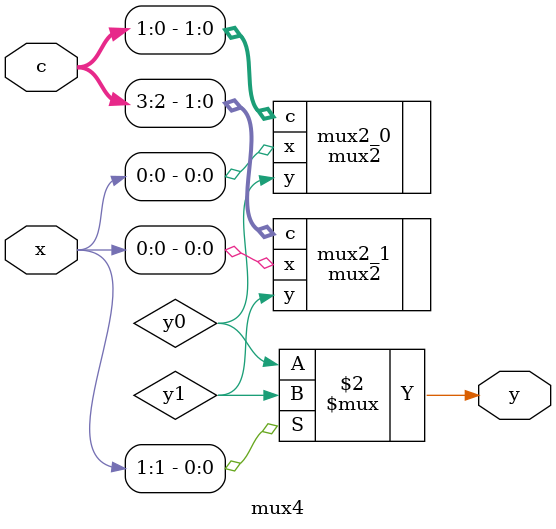
<source format=v>
`timescale 1ns / 1ps


module mux4(
    input [3:0] c,
    input [1:0] x,
    output y
    );
    
    wire y1;
    wire y0;
    
    mux2 mux2_1(.c(c[3:2]), .x(x[0]), .y(y1));
    mux2 mux2_0(.c(c[1:0]), .x(x[0]), .y(y0));
    
    assign y = (~x[1]) ? y0 : y1;
endmodule

</source>
